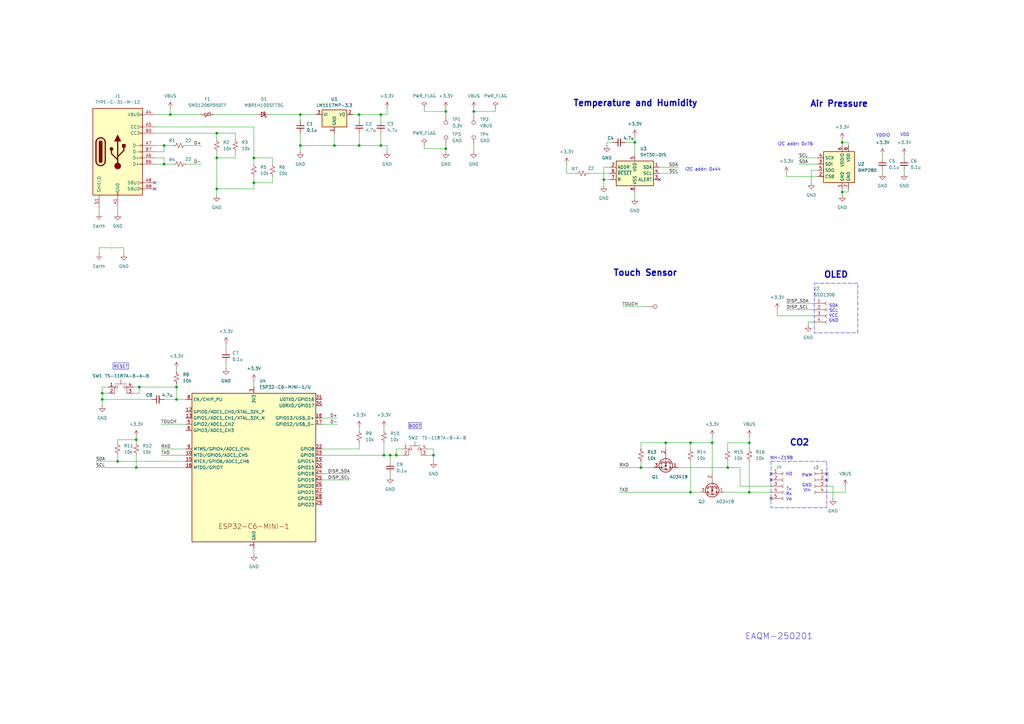
<source format=kicad_sch>
(kicad_sch (version 20231120) (generator "eeschema") (generator_version "8.0")
  (paper "A3")
  (title_block (title "Canis Measure(Air Quality Monitor)") (date "2025-02-06") (rev "0.0.1") (company "Toms"))
  (lib_symbols
    (symbol "Connector:Conn_01x04_Socket" (pin_names (offset 1.016) hide)
      (property "Reference" "J" (at 0 5.08 0))
      (property "Value" "Conn_01x04_Socket" (at 0 -7.62 0))
      (symbol "Conn_01x04_Socket_1_1"
        (pin passive line (at -5.08 2.54 0) (length 3.81) (name "Pin_1") (number "1"))
        (pin passive line (at -5.08 0 0) (length 3.81) (name "Pin_2") (number "2"))
        (pin passive line (at -5.08 -2.54 0) (length 3.81) (name "Pin_3") (number "3"))
        (pin passive line (at -5.08 -5.08 0) (length 3.81) (name "Pin_4") (number "4"))
      )
    )
    (symbol "Connector:Conn_01x05_Socket" (pin_names (offset 1.016) hide)
      (property "Reference" "J" (at 0 7.62 0))
      (property "Value" "Conn_01x05_Socket" (at 0 -7.62 0))
      (symbol "Conn_01x05_Socket_1_1"
        (pin passive line (at -5.08 5.08 0) (length 3.81) (name "Pin_1") (number "1"))
        (pin passive line (at -5.08 2.54 0) (length 3.81) (name "Pin_2") (number "2"))
        (pin passive line (at -5.08 0 0) (length 3.81) (name "Pin_3") (number "3"))
        (pin passive line (at -5.08 -2.54 0) (length 3.81) (name "Pin_4") (number "4"))
        (pin passive line (at -5.08 -5.08 0) (length 3.81) (name "Pin_5") (number "5"))
      )
    )
    (symbol "Connector:TestPoint" (pin_numbers hide) (pin_names (offset 0.762) hide)
      (property "Reference" "TP" (at 0 6.858 0))
      (property "Value" "TestPoint" (at 0 5.08 0))
      (symbol "TestPoint_1_1"
        (pin passive line (at 0 0 90) (length 2.54) (name "1") (number "1"))
      )
    )
    (symbol "Connector:USB_C_Receptacle_USB2.0_16P" (pin_names (offset 1.016))
      (property "Reference" "J" (at 0 22.225 0))
      (property "Value" "USB_C_Receptacle_USB2.0_16P" (at 0 19.685 0))
      (symbol "USB_C_Receptacle_USB2.0_16P_1_1"
        (pin passive line (at 0 -22.86 90) (length 5.08) (name "GND") (number "A1"))
        (pin passive line (at 0 -22.86 90) (length 5.08) hide (name "GND") (number "A12"))
        (pin passive line (at 15.24 15.24 180) (length 5.08) (name "VBUS") (number "A4"))
        (pin bidirectional line (at 15.24 10.16 180) (length 5.08) (name "CC1") (number "A5"))
        (pin bidirectional line (at 15.24 -2.54 180) (length 5.08) (name "D+") (number "A6"))
        (pin bidirectional line (at 15.24 2.54 180) (length 5.08) (name "D-") (number "A7"))
        (pin bidirectional line (at 15.24 -12.7 180) (length 5.08) (name "SBU1") (number "A8"))
        (pin passive line (at 15.24 15.24 180) (length 5.08) hide (name "VBUS") (number "A9"))
        (pin passive line (at 0 -22.86 90) (length 5.08) hide (name "GND") (number "B1"))
        (pin passive line (at 0 -22.86 90) (length 5.08) hide (name "GND") (number "B12"))
        (pin passive line (at 15.24 15.24 180) (length 5.08) hide (name "VBUS") (number "B4"))
        (pin bidirectional line (at 15.24 7.62 180) (length 5.08) (name "CC2") (number "B5"))
        (pin bidirectional line (at 15.24 -5.08 180) (length 5.08) (name "D+") (number "B6"))
        (pin bidirectional line (at 15.24 0 180) (length 5.08) (name "D-") (number "B7"))
        (pin bidirectional line (at 15.24 -15.24 180) (length 5.08) (name "SBU2") (number "B8"))
        (pin passive line (at 15.24 15.24 180) (length 5.08) hide (name "VBUS") (number "B9"))
        (pin passive line (at -7.62 -22.86 90) (length 5.08) (name "SHIELD") (number "S1"))
      )
    )
    (symbol "Device:C_Small" (pin_numbers hide) (pin_names (offset 0.254) hide)
      (property "Reference" "C" (at 0.254 1.778 0))
      (property "Value" "C_Small" (at 0.254 -2.032 0))
      (symbol "C_Small_1_1"
        (pin passive line (at 0 2.54 270) (length 2.032) (name "~") (number "1"))
        (pin passive line (at 0 -2.54 90) (length 2.032) (name "~") (number "2"))
      )
    )
    (symbol "Device:D_Schottky_Small" (pin_numbers hide) (pin_names (offset 0.254) hide)
      (property "Reference" "D" (at -1.27 2.032 0))
      (property "Value" "D_Schottky_Small" (at -7.112 -2.032 0))
      (symbol "D_Schottky_Small_1_1"
        (pin passive line (at -2.54 0 0) (length 1.778) (name "K") (number "1"))
        (pin passive line (at 2.54 0 180) (length 1.778) (name "A") (number "2"))
      )
    )
    (symbol "Device:Polyfuse_Small" (pin_numbers hide) (pin_names (offset 0))
      (property "Reference" "F" (at -1.905 0 90))
      (property "Value" "Polyfuse_Small" (at 1.905 0 90))
      (symbol "Polyfuse_Small_1_1"
        (pin passive line (at 0 2.54 270) (length 0.635) (name "~") (number "1"))
        (pin passive line (at 0 -2.54 90) (length 0.635) (name "~") (number "2"))
      )
    )
    (symbol "Device:Q_NMOS_DGS" (pin_names (offset 0) hide)
      (property "Reference" "Q" (at 5.08 1.27 0))
      (property "Value" "Q_NMOS_DGS" (at 5.08 -1.27 0))
      (symbol "Q_NMOS_DGS_1_1"
        (pin passive line (at 2.54 5.08 270) (length 2.54) (name "D") (number "1"))
        (pin input line (at -5.08 0 0) (length 2.54) (name "G") (number "2"))
        (pin passive line (at 2.54 -5.08 90) (length 2.54) (name "S") (number "3"))
      )
    )
    (symbol "Device:R_Small_US" (pin_numbers hide) (pin_names (offset 0.254) hide)
      (property "Reference" "R" (at 0.762 0.508 0))
      (property "Value" "R_Small_US" (at 0.762 -1.016 0))
      (symbol "R_Small_US_1_1"
        (pin passive line (at 0 2.54 270) (length 1.016) (name "~") (number "1"))
        (pin passive line (at 0 -2.54 90) (length 1.016) (name "~") (number "2"))
      )
    )
    (symbol "Espressif:ESP32-C6-MINI-1/U"
      (property "Reference" "U" (at -25.4 35.56 0))
      (property "Value" "ESP32-C6-MINI-1/U" (at -25.4 33.02 0))
      (symbol "ESP32-C6-MINI-1/U_0_0"
        (text "ESP32-C6-MINI-1" (at 0 -24.13 0) (effects (font (size 2 2))))
      )
      (symbol "ESP32-C6-MINI-1/U_1_1"
        (pin power_in line (at 0 -33.02 90) (length 2.54) (name "GND") (number "1"))
        (pin bidirectional line (at -27.94 5.08 0) (length 2.54) (name "MTDI/GPIO5/ADC1_CH5") (number "10"))
        (pin passive line (at 0 -33.02 90) (length 2.54) hide (name "GND") (number "11"))
        (pin bidirectional line (at -27.94 22.86 0) (length 2.54) (name "GPIO0/ADC1_CH0/XTAL_32K_P") (number "12"))
        (pin bidirectional line (at -27.94 20.32 0) (length 2.54) (name "GPIO1/ADC1_CH1/XTAL_32K_N") (number "13"))
        (pin passive line (at 0 -33.02 90) (length 2.54) hide (name "GND") (number "14"))
        (pin bidirectional line (at -27.94 2.54 0) (length 2.54) (name "MTCK/GPIO6/ADC1_CH6") (number "15"))
        (pin bidirectional line (at -27.94 0 0) (length 2.54) (name "MTDO/GPIO7") (number "16"))
        (pin bidirectional line (at 27.94 17.78 180) (length 2.54) (name "GPIO12/USB_D-") (number "17"))
        (pin bidirectional line (at 27.94 20.32 180) (length 2.54) (name "GPIO13/USB_D+") (number "18"))
        (pin bidirectional line (at 27.94 2.54 180) (length 2.54) (name "GPIO14") (number "19"))
        (pin passive line (at 0 -33.02 90) (length 2.54) hide (name "GND") (number "2"))
        (pin bidirectional line (at 27.94 0 180) (length 2.54) (name "GPIO15") (number "20"))
        (pin no_connect line (at -25.4 -10.16 0) (length 2.54) hide (name "NC") (number "21"))
        (pin bidirectional line (at 27.94 7.62 180) (length 2.54) (name "GPIO8") (number "22"))
        (pin bidirectional line (at 27.94 5.08 180) (length 2.54) (name "GPIO9") (number "23"))
        (pin bidirectional line (at 27.94 -2.54 180) (length 2.54) (name "GPIO18") (number "24"))
        (pin bidirectional line (at 27.94 -5.08 180) (length 2.54) (name "GPIO19") (number "25"))
        (pin bidirectional line (at 27.94 -7.62 180) (length 2.54) (name "GPIO20") (number "26"))
        (pin bidirectional line (at 27.94 -10.16 180) (length 2.54) (name "GPIO21") (number "27"))
        (pin bidirectional line (at 27.94 -12.7 180) (length 2.54) (name "GPIO22") (number "28"))
        (pin bidirectional line (at 27.94 -15.24 180) (length 2.54) (name "GPIO23") (number "29"))
        (pin power_in line (at 0 33.02 270) (length 2.54) (name "3V3") (number "3"))
        (pin bidirectional line (at 27.94 25.4 180) (length 2.54) (name "U0RXD/GPIO17") (number "30"))
        (pin bidirectional line (at 27.94 27.94 180) (length 2.54) (name "U0TXD/GPIO16") (number "31"))
        (pin no_connect line (at -25.4 -12.7 0) (length 2.54) hide (name "NC") (number "32"))
        (pin no_connect line (at -25.4 -15.24 0) (length 2.54) hide (name "NC") (number "33"))
        (pin no_connect line (at -25.4 -17.78 0) (length 2.54) hide (name "NC") (number "34"))
        (pin no_connect line (at -25.4 -20.32 0) (length 2.54) hide (name "NC") (number "35"))
        (pin passive line (at 0 -33.02 90) (length 2.54) hide (name "GND") (number "36"))
        (pin passive line (at 0 -33.02 90) (length 2.54) hide (name "GND") (number "37"))
        (pin passive line (at 0 -33.02 90) (length 2.54) hide (name "GND") (number "38"))
        (pin passive line (at 0 -33.02 90) (length 2.54) hide (name "GND") (number "39"))
        (pin no_connect line (at -25.4 -5.08 0) (length 2.54) hide (name "NC") (number "4"))
        (pin passive line (at 0 -33.02 90) (length 2.54) hide (name "GND") (number "40"))
        (pin passive line (at 0 -33.02 90) (length 2.54) hide (name "GND") (number "41"))
        (pin passive line (at 0 -33.02 90) (length 2.54) hide (name "GND") (number "42"))
        (pin passive line (at 0 -33.02 90) (length 2.54) hide (name "GND") (number "43"))
        (pin passive line (at 0 -33.02 90) (length 2.54) hide (name "GND") (number "44"))
        (pin passive line (at 0 -33.02 90) (length 2.54) hide (name "GND") (number "45"))
        (pin passive line (at 0 -33.02 90) (length 2.54) hide (name "GND") (number "46"))
        (pin passive line (at 0 -33.02 90) (length 2.54) hide (name "GND") (number "47"))
        (pin passive line (at 0 -33.02 90) (length 2.54) hide (name "GND") (number "48"))
        (pin passive line (at 0 -33.02 90) (length 2.54) hide (name "GND") (number "49"))
        (pin bidirectional line (at -27.94 17.78 0) (length 2.54) (name "GPIO2/ADC1_CH2") (number "5"))
        (pin passive line (at 0 -33.02 90) (length 2.54) hide (name "GND") (number "50"))
        (pin passive line (at 0 -33.02 90) (length 2.54) hide (name "GND") (number "51"))
        (pin passive line (at 0 -33.02 90) (length 2.54) hide (name "GND") (number "52"))
        (pin passive line (at 0 -33.02 90) (length 2.54) hide (name "GND") (number "53"))
        (pin bidirectional line (at -27.94 15.24 0) (length 2.54) (name "GPIO3/ADC1_CH3") (number "6"))
        (pin no_connect line (at -25.4 -7.62 0) (length 2.54) hide (name "NC") (number "7"))
        (pin input line (at -27.94 27.94 0) (length 2.54) (name "EN/CHIP_PU") (number "8"))
        (pin bidirectional line (at -27.94 7.62 0) (length 2.54) (name "MTMS/GPIO4/ADC1_CH4") (number "9"))
      )
    )
    (symbol "Regulator_Linear:LM1117MP-3.3"
      (property "Reference" "U" (at -3.81 3.175 0))
      (property "Value" "LM1117MP-3.3" (at 0 3.175 0))
      (symbol "LM1117MP-3.3_1_1"
        (pin power_in line (at 0 -7.62 90) (length 2.54) (name "GND") (number "1"))
        (pin power_out line (at 7.62 0 180) (length 2.54) (name "VO") (number "2"))
        (pin power_in line (at -7.62 0 0) (length 2.54) (name "VI") (number "3"))
      )
    )
    (symbol "Sensor_Humidity:SHT30-DIS"
      (property "Reference" "U" (at -6.35 6.35 0))
      (property "Value" "SHT30-DIS" (at 6.35 6.35 0))
      (symbol "SHT30-DIS_1_1"
        (pin bidirectional line (at 10.16 2.54 180) (length 2.54) (name "SDA") (number "1"))
        (pin input line (at -10.16 2.54 0) (length 2.54) (name "ADDR") (number "2"))
        (pin output line (at 10.16 -2.54 180) (length 2.54) (name "ALERT") (number "3"))
        (pin input line (at 10.16 0 180) (length 2.54) (name "SCL") (number "4"))
        (pin power_in line (at 0 7.62 270) (length 2.54) (name "VDD") (number "5"))
        (pin input line (at -10.16 0 0) (length 2.54) (name "~{RESET}") (number "6"))
        (pin passive line (at -10.16 -2.54 0) (length 2.54) (name "R") (number "7"))
        (pin power_in line (at 0 -7.62 90) (length 2.54) (name "VSS") (number "8"))
        (pin passive line (at 0 -7.62 90) (length 2.54) hide (name "VSS") (number "9"))
      )
    )
    (symbol "Sensor_Pressure:BMP280"
      (property "Reference" "U" (at -7.62 10.16 0))
      (property "Value" "BMP280" (at 5.08 10.16 0))
      (symbol "BMP280_1_1"
        (pin power_in line (at 0 -7.62 90) (length 2.54) (name "GND") (number "1"))
        (pin input line (at -10.16 -2.54 0) (length 2.54) (name "CSB") (number "2"))
        (pin bidirectional line (at -10.16 2.54 0) (length 2.54) (name "SDI") (number "3"))
        (pin input line (at -10.16 5.08 0) (length 2.54) (name "SCK") (number "4"))
        (pin bidirectional line (at -10.16 0 0) (length 2.54) (name "SDO") (number "5"))
        (pin power_in line (at 0 10.16 270) (length 2.54) (name "VDDIO") (number "6"))
        (pin power_in line (at 2.54 -7.62 90) (length 2.54) (name "GND") (number "7"))
        (pin power_in line (at 2.54 10.16 270) (length 2.54) (name "VDD") (number "8"))
      )
    )
    (symbol "Switch:SW_MEC_5E" (pin_names (offset 1.016) hide)
      (property "Reference" "SW" (at 0.635 5.715 0))
      (property "Value" "SW_MEC_5E" (at 0 -3.175 0))
      (symbol "SW_MEC_5E_0_1"
        (pin passive line (at -5.08 2.54 0) (length 2.54) (name "1") (number "1"))
        (pin passive line (at -5.08 0 0) (length 2.54) (name "2") (number "2"))
        (pin passive line (at 5.08 0 180) (length 2.54) (name "K") (number "3"))
        (pin passive line (at 5.08 2.54 180) (length 2.54) (name "A") (number "4"))
      )
    )
    (symbol "power:+3.3V" (power) (pin_numbers hide) (pin_names (offset 0) hide)
      (property "Value" "+3.3V" (at 0 3.556 0))
      (symbol "+3.3V_1_1"
        (pin power_in line (at 0 0 90) (length 0) (name "~") (number "1"))
      )
    )
    (symbol "power:Earth" (power) (pin_numbers hide) (pin_names (offset 0) hide)
      (property "Value" "Earth" (at 0 -3.81 0))
      (symbol "Earth_1_1"
        (pin power_in line (at 0 0 270) (length 0) (name "~") (number "1"))
      )
    )
    (symbol "power:GND" (power) (pin_numbers hide) (pin_names (offset 0) hide)
      (property "Value" "GND" (at 0 -3.81 0))
      (symbol "GND_1_1"
        (pin power_in line (at 0 0 270) (length 0) (name "~") (number "1"))
      )
    )
    (symbol "power:PWR_FLAG" (power) (pin_numbers hide) (pin_names (offset 0) hide)
      (property "Value" "PWR_FLAG" (at 0 3.81 0))
      (symbol "PWR_FLAG_0_0"
        (pin power_out line (at 0 0 90) (length 0) (name "~") (number "1"))
      )
    )
    (symbol "power:VBUS" (power) (pin_numbers hide) (pin_names (offset 0) hide)
      (property "Value" "VBUS" (at 0 3.556 0))
      (symbol "VBUS_1_1"
        (pin power_in line (at 0 0 90) (length 0) (name "~") (number "1"))
      )
    )
  )
  (junction (at 307.34 201.93))
  (junction (at 55.88 191.77))
  (junction (at 283.21 181.61))
  (junction (at 262.89 191.77))
  (junction (at 345.44 58.42))
  (junction (at 298.45 191.77))
  (junction (at 41.91 161.29))
  (junction (at 104.14 74.93))
  (junction (at 157.48 186.69))
  (junction (at 147.32 59.69))
  (junction (at 247.65 73.66))
  (junction (at 123.19 46.99))
  (junction (at 72.39 163.83))
  (junction (at 55.88 180.34))
  (junction (at 260.35 58.42))
  (junction (at 147.32 46.99))
  (junction (at 48.26 189.23))
  (junction (at 67.31 59.69))
  (junction (at 160.02 186.69))
  (junction (at 57.15 158.75))
  (junction (at 307.34 181.61))
  (junction (at 88.9 54.61))
  (junction (at 162.56 186.69))
  (junction (at 88.9 77.47))
  (junction (at 137.16 59.69))
  (junction (at 273.05 181.61))
  (junction (at 177.8 186.69))
  (junction (at 67.31 67.31))
  (junction (at 345.44 78.74))
  (junction (at 41.91 163.83))
  (junction (at 194.31 45.72))
  (junction (at 182.88 45.72))
  (junction (at 88.9 64.77))
  (junction (at 72.39 158.75))
  (junction (at 156.21 59.69))
  (junction (at 292.1 181.61))
  (junction (at 69.85 46.99))
  (junction (at 283.21 201.93))
  (junction (at 123.19 59.69))
  (junction (at 104.14 64.77))
  (junction (at 182.88 60.96))
  (junction (at 156.21 46.99))
  (no_connect (at 339.09 196.85))
  (no_connect (at 270.51 73.66))
  (no_connect (at 63.5 74.93))
  (no_connect (at 316.23 204.47))
  (no_connect (at 316.23 194.31))
  (no_connect (at 339.09 194.31))
  (no_connect (at 63.5 77.47))
  (no_connect (at 316.23 196.85))
  (wire (pts (xy 370.84 69.85) (xy 370.84 71.12)))
  (wire (pts (xy 40.64 85.09) (xy 40.64 87.63)))
  (wire (pts (xy 194.31 44.45) (xy 194.31 45.72)))
  (wire (pts (xy 88.9 62.23) (xy 88.9 64.77)))
  (wire (pts (xy 203.2 44.45) (xy 203.2 45.72)))
  (wire (pts (xy 104.14 224.79) (xy 104.14 227.33)))
  (wire (pts (xy 347.98 58.42) (xy 347.98 59.69)))
  (wire (pts (xy 322.58 127) (xy 334.01 127)))
  (wire (pts (xy 173.99 60.96) (xy 182.88 60.96)))
  (wire (pts (xy 182.88 45.72) (xy 182.88 46.99)))
  (wire (pts (xy 341.63 199.39) (xy 341.63 204.47)))
  (wire (pts (xy 88.9 64.77) (xy 88.9 77.47)))
  (wire (pts (xy 307.34 181.61) (xy 298.45 181.61)))
  (wire (pts (xy 273.05 184.15) (xy 273.05 181.61)))
  (wire (pts (xy 345.44 58.42) (xy 345.44 59.69)))
  (wire (pts (xy 307.34 179.07) (xy 307.34 181.61)))
  (wire (pts (xy 54.61 158.75) (xy 57.15 158.75)))
  (wire (pts (xy 104.14 52.07) (xy 63.5 52.07)))
  (wire (pts (xy 55.88 186.69) (xy 55.88 191.77)))
  (wire (pts (xy 92.71 140.97) (xy 92.71 143.51)))
  (wire (pts (xy 250.19 73.66) (xy 247.65 73.66)))
  (wire (pts (xy 137.16 54.61) (xy 137.16 59.69)))
  (wire (pts (xy 247.65 73.66) (xy 247.65 76.2)))
  (wire (pts (xy 307.34 189.23) (xy 307.34 201.93)))
  (wire (pts (xy 318.77 129.54) (xy 334.01 129.54)))
  (wire (pts (xy 88.9 54.61) (xy 88.9 57.15)))
  (wire (pts (xy 283.21 189.23) (xy 283.21 201.93)))
  (wire (pts (xy 63.5 46.99) (xy 69.85 46.99)))
  (wire (pts (xy 303.53 199.39) (xy 303.53 191.77)))
  (wire (pts (xy 41.91 163.83) (xy 41.91 166.37)))
  (wire (pts (xy 262.89 191.77) (xy 267.97 191.77)))
  (wire (pts (xy 182.88 44.45) (xy 182.88 45.72)))
  (wire (pts (xy 76.2 67.31) (xy 82.55 67.31)))
  (wire (pts (xy 67.31 62.23) (xy 67.31 59.69)))
  (wire (pts (xy 132.08 184.15) (xy 147.32 184.15)))
  (wire (pts (xy 322.58 72.39) (xy 335.28 72.39)))
  (wire (pts (xy 182.88 60.96) (xy 182.88 62.23)))
  (wire (pts (xy 173.99 44.45) (xy 173.99 45.72)))
  (wire (pts (xy 327.66 67.31) (xy 335.28 67.31)))
  (wire (pts (xy 123.19 46.99) (xy 123.19 49.53)))
  (wire (pts (xy 298.45 191.77) (xy 303.53 191.77)))
  (wire (pts (xy 104.14 64.77) (xy 104.14 67.31)))
  (wire (pts (xy 236.22 71.12) (xy 232.41 71.12)))
  (wire (pts (xy 111.76 67.31) (xy 111.76 64.77)))
  (wire (pts (xy 41.91 158.75) (xy 41.91 161.29)))
  (wire (pts (xy 147.32 46.99) (xy 156.21 46.99)))
  (wire (pts (xy 55.88 191.77) (xy 76.2 191.77)))
  (wire (pts (xy 177.8 184.15) (xy 177.8 186.69)))
  (wire (pts (xy 156.21 59.69) (xy 158.75 59.69)))
  (wire (pts (xy 298.45 181.61) (xy 298.45 184.15)))
  (wire (pts (xy 175.26 184.15) (xy 177.8 184.15)))
  (wire (pts (xy 123.19 59.69) (xy 123.19 62.23)))
  (wire (pts (xy 194.31 45.72) (xy 194.31 46.99)))
  (wire (pts (xy 39.37 191.77) (xy 55.88 191.77)))
  (wire (pts (xy 162.56 184.15) (xy 162.56 186.69)))
  (wire (pts (xy 66.04 184.15) (xy 76.2 184.15)))
  (wire (pts (xy 346.71 201.93) (xy 339.09 201.93)))
  (wire (pts (xy 104.14 52.07) (xy 104.14 64.77)))
  (wire (pts (xy 318.77 127) (xy 318.77 129.54)))
  (wire (pts (xy 254 201.93) (xy 283.21 201.93)))
  (wire (pts (xy 347.98 78.74) (xy 345.44 78.74)))
  (wire (pts (xy 132.08 186.69) (xy 157.48 186.69)))
  (wire (pts (xy 57.15 161.29) (xy 57.15 158.75)))
  (wire (pts (xy 173.99 45.72) (xy 182.88 45.72)))
  (wire (pts (xy 322.58 72.39) (xy 322.58 71.12)))
  (wire (pts (xy 132.08 196.85) (xy 143.51 196.85)))
  (wire (pts (xy 54.61 161.29) (xy 57.15 161.29)))
  (wire (pts (xy 158.75 46.99) (xy 158.75 44.45)))
  (wire (pts (xy 347.98 77.47) (xy 347.98 78.74)))
  (wire (pts (xy 160.02 186.69) (xy 160.02 189.23)))
  (wire (pts (xy 72.39 163.83) (xy 67.31 163.83)))
  (wire (pts (xy 331.47 132.08) (xy 331.47 133.35)))
  (wire (pts (xy 292.1 179.07) (xy 292.1 181.61)))
  (wire (pts (xy 292.1 194.31) (xy 292.1 181.61)))
  (wire (pts (xy 335.28 69.85) (xy 332.74 69.85)))
  (wire (pts (xy 283.21 201.93) (xy 287.02 201.93)))
  (wire (pts (xy 241.3 71.12) (xy 250.19 71.12)))
  (wire (pts (xy 40.64 101.6) (xy 50.8 101.6)))
  (wire (pts (xy 41.91 158.75) (xy 44.45 158.75)))
  (wire (pts (xy 104.14 74.93) (xy 111.76 74.93)))
  (wire (pts (xy 104.14 72.39) (xy 104.14 74.93)))
  (wire (pts (xy 203.2 45.72) (xy 194.31 45.72)))
  (wire (pts (xy 278.13 68.58) (xy 270.51 68.58)))
  (wire (pts (xy 96.52 57.15) (xy 96.52 54.61)))
  (wire (pts (xy 88.9 77.47) (xy 88.9 80.01)))
  (wire (pts (xy 262.89 181.61) (xy 262.89 184.15)))
  (wire (pts (xy 66.04 173.99) (xy 76.2 173.99)))
  (wire (pts (xy 177.8 186.69) (xy 177.8 189.23)))
  (wire (pts (xy 250.19 68.58) (xy 247.65 68.58)))
  (wire (pts (xy 147.32 175.26) (xy 147.32 176.53)))
  (wire (pts (xy 123.19 54.61) (xy 123.19 59.69)))
  (wire (pts (xy 132.08 173.99) (xy 138.43 173.99)))
  (wire (pts (xy 156.21 54.61) (xy 156.21 59.69)))
  (wire (pts (xy 345.44 58.42) (xy 347.98 58.42)))
  (wire (pts (xy 72.39 157.48) (xy 72.39 158.75)))
  (wire (pts (xy 361.95 63.5) (xy 361.95 64.77)))
  (wire (pts (xy 307.34 181.61) (xy 307.34 184.15)))
  (wire (pts (xy 346.71 199.39) (xy 346.71 201.93)))
  (wire (pts (xy 137.16 59.69) (xy 147.32 59.69)))
  (wire (pts (xy 111.76 72.39) (xy 111.76 74.93)))
  (wire (pts (xy 307.34 201.93) (xy 316.23 201.93)))
  (wire (pts (xy 111.76 64.77) (xy 104.14 64.77)))
  (wire (pts (xy 278.13 191.77) (xy 298.45 191.77)))
  (wire (pts (xy 156.21 46.99) (xy 158.75 46.99)))
  (wire (pts (xy 254 191.77) (xy 262.89 191.77)))
  (wire (pts (xy 162.56 186.69) (xy 165.1 186.69)))
  (wire (pts (xy 307.34 201.93) (xy 297.18 201.93)))
  (wire (pts (xy 260.35 78.74) (xy 260.35 81.28)))
  (wire (pts (xy 63.5 64.77) (xy 67.31 64.77)))
  (wire (pts (xy 69.85 46.99) (xy 82.55 46.99)))
  (wire (pts (xy 260.35 55.88) (xy 260.35 58.42)))
  (wire (pts (xy 248.92 58.42) (xy 251.46 58.42)))
  (wire (pts (xy 104.14 77.47) (xy 88.9 77.47)))
  (wire (pts (xy 303.53 199.39) (xy 316.23 199.39)))
  (wire (pts (xy 345.44 57.15) (xy 345.44 58.42)))
  (wire (pts (xy 273.05 181.61) (xy 262.89 181.61)))
  (wire (pts (xy 160.02 186.69) (xy 162.56 186.69)))
  (wire (pts (xy 69.85 44.45) (xy 69.85 46.99)))
  (wire (pts (xy 96.52 54.61) (xy 88.9 54.61)))
  (wire (pts (xy 157.48 175.26) (xy 157.48 176.53)))
  (wire (pts (xy 55.88 179.07) (xy 55.88 180.34)))
  (wire (pts (xy 345.44 77.47) (xy 345.44 78.74)))
  (wire (pts (xy 40.64 104.14) (xy 40.64 101.6)))
  (wire (pts (xy 165.1 184.15) (xy 162.56 184.15)))
  (wire (pts (xy 132.08 194.31) (xy 143.51 194.31)))
  (wire (pts (xy 147.32 59.69) (xy 156.21 59.69)))
  (wire (pts (xy 41.91 163.83) (xy 62.23 163.83)))
  (wire (pts (xy 123.19 59.69) (xy 137.16 59.69)))
  (wire (pts (xy 63.5 62.23) (xy 67.31 62.23)))
  (wire (pts (xy 63.5 67.31) (xy 67.31 67.31)))
  (wire (pts (xy 55.88 180.34) (xy 55.88 181.61)))
  (wire (pts (xy 156.21 46.99) (xy 156.21 49.53)))
  (wire (pts (xy 157.48 181.61) (xy 157.48 186.69)))
  (wire (pts (xy 76.2 59.69) (xy 82.55 59.69)))
  (wire (pts (xy 48.26 180.34) (xy 48.26 181.61)))
  (wire (pts (xy 147.32 184.15) (xy 147.32 181.61)))
  (wire (pts (xy 248.92 58.42) (xy 248.92 59.69)))
  (wire (pts (xy 67.31 59.69) (xy 71.12 59.69)))
  (wire (pts (xy 147.32 54.61) (xy 147.32 59.69)))
  (wire (pts (xy 256.54 58.42) (xy 260.35 58.42)))
  (wire (pts (xy 232.41 67.31) (xy 232.41 71.12)))
  (wire (pts (xy 55.88 180.34) (xy 48.26 180.34)))
  (wire (pts (xy 63.5 54.61) (xy 88.9 54.61)))
  (wire (pts (xy 67.31 67.31) (xy 71.12 67.31)))
  (wire (pts (xy 278.13 71.12) (xy 270.51 71.12)))
  (wire (pts (xy 262.89 189.23) (xy 262.89 191.77)))
  (wire (pts (xy 48.26 189.23) (xy 76.2 189.23)))
  (polyline (pts (xy 45.72 99.695) (xy 45.72 103.505)) (stroke (width 0) (type dot)))
  (wire (pts (xy 57.15 158.75) (xy 72.39 158.75)))
  (wire (pts (xy 41.91 161.29) (xy 44.45 161.29)))
  (wire (pts (xy 283.21 181.61) (xy 283.21 184.15)))
  (wire (pts (xy 158.75 59.69) (xy 158.75 62.23)))
  (wire (pts (xy 48.26 186.69) (xy 48.26 189.23)))
  (wire (pts (xy 182.88 59.69) (xy 182.88 60.96)))
  (wire (pts (xy 50.8 101.6) (xy 50.8 104.14)))
  (wire (pts (xy 67.31 64.77) (xy 67.31 67.31)))
  (wire (pts (xy 361.95 69.85) (xy 361.95 71.12)))
  (wire (pts (xy 104.14 74.93) (xy 104.14 77.47)))
  (wire (pts (xy 72.39 158.75) (xy 72.39 163.83)))
  (wire (pts (xy 92.71 148.59) (xy 92.71 151.13)))
  (wire (pts (xy 87.63 46.99) (xy 105.41 46.99)))
  (wire (pts (xy 273.05 181.61) (xy 283.21 181.61)))
  (wire (pts (xy 345.44 78.74) (xy 345.44 80.01)))
  (wire (pts (xy 96.52 64.77) (xy 96.52 62.23)))
  (wire (pts (xy 39.37 189.23) (xy 48.26 189.23)))
  (wire (pts (xy 247.65 68.58) (xy 247.65 73.66)))
  (wire (pts (xy 144.78 46.99) (xy 147.32 46.99)))
  (wire (pts (xy 41.91 161.29) (xy 41.91 163.83)))
  (wire (pts (xy 298.45 189.23) (xy 298.45 191.77)))
  (wire (pts (xy 157.48 186.69) (xy 160.02 186.69)))
  (wire (pts (xy 63.5 59.69) (xy 67.31 59.69)))
  (wire (pts (xy 334.01 132.08) (xy 331.47 132.08)))
  (wire (pts (xy 104.14 156.21) (xy 104.14 158.75)))
  (wire (pts (xy 173.99 59.69) (xy 173.99 60.96)))
  (wire (pts (xy 72.39 151.13) (xy 72.39 152.4)))
  (wire (pts (xy 76.2 163.83) (xy 72.39 163.83)))
  (wire (pts (xy 322.58 124.46) (xy 334.01 124.46)))
  (wire (pts (xy 110.49 46.99) (xy 123.19 46.99)))
  (wire (pts (xy 147.32 46.99) (xy 147.32 49.53)))
  (wire (pts (xy 370.84 63.5) (xy 370.84 64.77)))
  (wire (pts (xy 66.04 186.69) (xy 76.2 186.69)))
  (wire (pts (xy 283.21 181.61) (xy 292.1 181.61)))
  (wire (pts (xy 160.02 194.31) (xy 160.02 195.58)))
  (wire (pts (xy 175.26 186.69) (xy 177.8 186.69)))
  (wire (pts (xy 332.74 69.85) (xy 332.74 74.93)))
  (wire (pts (xy 132.08 171.45) (xy 138.43 171.45)))
  (wire (pts (xy 255.27 125.73) (xy 265.43 125.73)))
  (wire (pts (xy 88.9 64.77) (xy 96.52 64.77)))
  (wire (pts (xy 260.35 58.42) (xy 260.35 63.5)))
  (wire (pts (xy 339.09 199.39) (xy 341.63 199.39)))
  (wire (pts (xy 123.19 46.99) (xy 129.54 46.99)))
  (wire (pts (xy 327.66 64.77) (xy 335.28 64.77)))
  (wire (pts (xy 48.26 85.09) (xy 48.26 87.63)))
  (wire (pts (xy 194.31 59.69) (xy 194.31 62.23)))
  (rectangle (start 167.64 173.355) (end 172.72 175.895))
  (rectangle (start 316.23 189.23) (end 339.09 208.28) (stroke (width 0) (type dash)))
  (rectangle (start 46.355 148.844) (end 52.705 151.384))
  (rectangle (start 334.01 116.205) (end 351.79 136.525) (stroke (width 0) (type dash)))
  (text "SDA\nSCL\nVCC\nGND" (at 341.884 128.524 0) (effects (font (size 1.27 1.27))))
  (text "I2C addr: 0x44" (at 288.29 69.596 0) (effects (font (size 1.27 1.27))))
  (text "Air Pressure" (at 344.17 42.672 0) (effects (font (size 2.54 2.54) (bold yes))))
  (text "CO2" (at 327.914 181.61 0) (effects (font (size 2.54 2.54) (bold yes))))
  (text "Temperature and Humidity" (at 260.604 42.418 0) (effects (font (size 2.54 2.54) (thickness 0.508) (bold yes))))
  (text "Touch Sensor" (at 264.668 112.014 0) (effects (font (size 2.54 2.54) (thickness 0.508) (bold yes))))
  (text "HD\n\n\nTx\nRx\nVo" (at 323.596 199.644 0) (effects (font (size 1.27 1.27))))
  (text "MH-Z19B" (at 320.548 187.96 0) (effects (font (size 1.27 1.27))))
  (text "I2C addr: 0x76" (at 326.136 59.182 0) (effects (font (size 1.27 1.27))))
  (text "BOOT" (at 170.18 175.006 0) (effects (font (size 1.27 1.27))))
  (text "EAQM-250201" (at 319.532 261.112 0) (effects (font (size 2.54 2.54))))
  (text "RESET" (at 49.53 150.495 0) (effects (font (size 1.27 1.27))))
  (text "VDD" (at 371.094 55.372 0) (effects (font (size 1.27 1.27))))
  (text "VDDIO" (at 362.204 55.626 0) (effects (font (size 1.27 1.27))))
  (text "PWM\n\nGND\nVin" (at 330.962 198.12 0) (effects (font (size 1.27 1.27))))
  (text "OLED" (at 342.9 112.776 0) (effects (font (size 2.54 2.54) (bold yes))))
  (label "RXD" (at 66.04 184.15 0))
  (label "SCL" (at 39.37 191.77 0))
  (label "SCL" (at 327.66 64.77 0))
  (label "TXD" (at 66.04 186.69 0))
  (label "D+" (at 138.43 171.45 180))
  (label "SDA" (at 278.13 68.58 180))
  (label "SDA" (at 39.37 189.23 0))
  (label "SCL" (at 278.13 71.12 180))
  (label "RXD" (at 254 191.77 0))
  (label "D-" (at 138.43 173.99 180))
  (label "D-" (at 82.55 67.31 180))
  (label "TOUCH" (at 255.27 125.73 0))
  (label "DISP_SDA" (at 322.58 124.46 0))
  (label "DISP_SCL" (at 143.51 196.85 180))
  (label "TXD" (at 254 201.93 0))
  (label "TOUCH" (at 66.04 173.99 0))
  (label "DISP_SDA" (at 143.51 194.31 180))
  (label "D+" (at 82.55 59.69 180))
  (label "SDA" (at 327.66 67.31 0))
  (label "DISP_SCL" (at 322.58 127 0))
  (symbol (lib_id "power:+3.3V") (at 72.39 151.13 0) (unit 1)
    (property "Reference" "#PWR030" (effects (hide yes)))
    (property "Value" "+3.3V" (at 72.39 146.05 0))
    (property "Description" "Power symbol creates a global label with name \"+3.3V\"" (effects (hide yes)))
  )
  (symbol (lib_id "power:+3.3V") (at 232.41 67.31 0) (unit 1)
    (property "Reference" "#PWR014" (effects (hide yes)))
    (property "Value" "+3.3V" (at 232.41 62.23 0))
    (property "Description" "Power symbol creates a global label with name \"+3.3V\"" (effects (hide yes)))
  )
  (symbol (lib_id "Device:R_Small_US") (at 72.39 154.94 0) (unit 1)
    (property "Reference" "R8" (at 74.93 153.6699 0) (effects (justify left)))
    (property "Value" "10k" (at 74.93 156.2099 0) (effects (justify left)))
    (property "Footprint" "Resistor_SMD:R_0603_1608Metric" (effects (hide yes)))
    (property "Description" "Resistor, small US symbol" (effects (hide yes)))
  )
  (symbol (lib_id "power:+3.3V") (at 318.77 127 0) (unit 1)
    (property "Reference" "#PWR027" (effects (hide yes)))
    (property "Value" "+3.3V" (at 318.77 121.92 0))
    (property "Description" "Power symbol creates a global label with name \"+3.3V\"" (effects (hide yes)))
  )
  (symbol (lib_id "power:+3.3V") (at 55.88 179.07 0) (unit 1)
    (property "Reference" "#PWR036" (effects (hide yes)))
    (property "Value" "+3.3V" (at 55.88 173.99 0))
    (property "Description" "Power symbol creates a global label with name \"+3.3V\"" (effects (hide yes)))
  )
  (symbol (lib_id "Connector:TestPoint") (at 182.88 59.69 0) (unit 1)
    (property "Reference" "TP3" (at 185.42 55.1179 0) (effects (justify left)))
    (property "Value" "GND" (at 185.42 57.6579 0) (effects (justify left)))
    (property "Footprint" "TestPoint:TestPoint_Pad_D1.0mm" (effects (hide yes)))
    (property "Description" "test point" (effects (hide yes)))
  )
  (symbol (lib_id "Device:R_Small_US") (at 55.88 184.15 0) (unit 1)
    (property "Reference" "R12" (at 58.42 182.8799 0) (effects (justify left)))
    (property "Value" "10k" (at 58.42 185.4199 0) (effects (justify left)))
    (property "Footprint" "Resistor_SMD:R_0603_1608Metric" (effects (hide yes)))
    (property "Description" "Resistor, small US symbol" (effects (hide yes)))
  )
  (symbol (lib_id "power:+3.3V") (at 158.75 44.45 0) (unit 1)
    (property "Reference" "#PWR02" (effects (hide yes)))
    (property "Value" "+3.3V" (at 158.75 39.37 0))
    (property "Description" "Power symbol creates a global label with name \"+3.3V\"" (effects (hide yes)))
  )
  (symbol (lib_id "Connector:Conn_01x04_Socket") (at 334.01 196.85 0) (mirror y) (unit 1)
    (property "Reference" "J3" (at 334.645 191.77 0))
    (property "Value" "Conn_01x04_Socket" (effects (hide yes)))
    (property "Footprint" "Connector_PinHeader_2.54mm:PinHeader_1x04_P2.54mm_Vertical" (effects (hide yes)))
    (property "Description" "Generic connector, single row, 01x04, script generated" (effects (hide yes)))
  )
  (symbol (lib_id "power:+3.3V") (at 147.32 175.26 0) (unit 1)
    (property "Reference" "#PWR034" (effects (hide yes)))
    (property "Value" "+3.3V" (at 147.32 170.18 0))
    (property "Description" "Power symbol creates a global label with name \"+3.3V\"" (effects (hide yes)))
  )
  (symbol (lib_id "Connector:TestPoint") (at 265.43 125.73 270) (unit 1)
    (property "Reference" "TP5" (effects (hide yes)))
    (property "Value" "TestPoint" (effects (hide yes)))
    (property "Description" "test point" (effects (hide yes)))
  )
  (symbol (lib_id "power:GND") (at 247.65 76.2 0) (mirror y) (unit 1)
    (property "Reference" "#PWR019" (effects (hide yes)))
    (property "Value" "GND" (at 247.65 81.28 0))
    (property "Description" "Power symbol creates a global label with name \"GND\" , ground" (effects (hide yes)))
  )
  (symbol (lib_id "power:GND") (at 177.8 189.23 0) (mirror y) (unit 1)
    (property "Reference" "#PWR039" (effects (hide yes)))
    (property "Value" "GND" (at 177.8 194.31 0))
    (property "Description" "Power symbol creates a global label with name \"GND\" , ground" (effects (hide yes)))
  )
  (symbol (lib_id "power:+3.3V") (at 361.95 63.5 0) (unit 1)
    (property "Reference" "#PWR012" (effects (hide yes)))
    (property "Value" "+3.3V" (at 361.95 58.42 0))
    (property "Description" "Power symbol creates a global label with name \"+3.3V\"" (effects (hide yes)))
  )
  (symbol (lib_id "Sensor_Pressure:BMP280") (at 345.44 69.85 0) (unit 1)
    (property "Reference" "U2" (at 351.79 67.3099 0) (effects (justify left)))
    (property "Value" "BMP280" (at 351.79 69.8499 0) (effects (justify left)))
    (property "Footprint" "Package_LGA:Bosch_LGA-8_2x2.5mm_P0.65mm_ClockwisePinNumbering" (effects (hide yes)))
    (property "Datasheet" "https://ae-bst.resource.bosch.com/media/_tech/media/datasheets/BST-BMP280-DS001.pdf" (effects (hide yes)))
    (property "Description" "Absolute Barometric Pressure Sensor, LGA-8" (effects (hide yes)))
  )
  (symbol (lib_id "power:GND") (at 104.14 227.33 0) (mirror y) (unit 1)
    (property "Reference" "#PWR043" (effects (hide yes)))
    (property "Value" "GND" (at 104.14 232.41 0))
    (property "Description" "Power symbol creates a global label with name \"GND\" , ground" (effects (hide yes)))
  )
  (symbol (lib_id "Connector:Conn_01x04_Socket") (at 339.09 127 0) (unit 1)
    (property "Reference" "J2" (at 333.756 118.364 0) (effects (justify left)))
    (property "Value" "SSD1306" (at 333.756 120.904 0) (effects (justify left)))
    (property "Footprint" "Connector_PinHeader_2.54mm:PinHeader_1x04_P2.54mm_Vertical" (effects (hide yes)))
    (property "Description" "Generic connector, single row, 01x04, script generated" (effects (hide yes)))
  )
  (symbol (lib_id "Device:R_Small_US") (at 104.14 69.85 0) (unit 1)
    (property "Reference" "R5" (at 106.68 68.5799 0) (effects (justify left)))
    (property "Value" "10k" (at 106.68 71.1199 0) (effects (justify left)))
    (property "Footprint" "Resistor_SMD:R_0603_1608Metric" (effects (hide yes)))
    (property "Description" "Resistor, small US symbol" (effects (hide yes)))
  )
  (symbol (lib_id "Device:R_Small_US") (at 73.66 67.31 90) (unit 1)
    (property "Reference" "R4" (at 70.612 65.532 90))
    (property "Value" "22" (at 77.216 65.278 90))
    (property "Footprint" "Resistor_SMD:R_0603_1608Metric" (effects (hide yes)))
    (property "Description" "Resistor, small US symbol" (effects (hide yes)))
  )
  (symbol (lib_id "power:+3.3V") (at 260.35 55.88 0) (unit 1)
    (property "Reference" "#PWR05" (effects (hide yes)))
    (property "Value" "+3.3V" (at 260.35 50.8 0))
    (property "Description" "Power symbol creates a global label with name \"+3.3V\"" (effects (hide yes)))
  )
  (symbol (lib_id "power:GND") (at 331.47 133.35 0) (mirror y) (unit 1)
    (property "Reference" "#PWR028" (effects (hide yes)))
    (property "Value" "GND" (at 331.47 138.43 0))
    (property "Description" "Power symbol creates a global label with name \"GND\" , ground" (effects (hide yes)))
  )
  (symbol (lib_id "Device:Q_NMOS_DGS") (at 273.05 189.23 270) (unit 1)
    (property "Reference" "Q1" (at 268.732 195.58 90))
    (property "Value" "AO3418" (at 278.384 195.58 90))
    (property "Footprint" "Package_TO_SOT_SMD:SOT-23-3" (effects (hide yes)))
    (property "Description" "N-MOSFET transistor, drain/gate/source" (effects (hide yes)))
  )
  (symbol (lib_id "power:GND") (at 341.63 204.47 0) (mirror y) (unit 1)
    (property "Reference" "#PWR042" (effects (hide yes)))
    (property "Value" "GND" (at 341.63 209.55 0))
    (property "Description" "Power symbol creates a global label with name \"GND\" , ground" (effects (hide yes)))
  )
  (symbol (lib_id "Device:R_Small_US") (at 96.52 59.69 0) (unit 1)
    (property "Reference" "R3" (at 99.06 58.4199 0) (effects (justify left)))
    (property "Value" "10k" (at 99.06 60.9599 0) (effects (justify left)))
    (property "Footprint" "Resistor_SMD:R_0603_1608Metric" (effects (hide yes)))
    (property "Description" "Resistor, small US symbol" (effects (hide yes)))
  )
  (symbol (lib_id "power:VBUS") (at 307.34 179.07 0) (unit 1)
    (property "Reference" "#PWR038" (effects (hide yes)))
    (property "Value" "VBUS" (at 307.34 173.99 0))
    (property "Description" "Power symbol creates a global label with name \"VBUS\"" (effects (hide yes)))
  )
  (symbol (lib_id "power:GND") (at 370.84 71.12 0) (mirror y) (unit 1)
    (property "Reference" "#PWR017" (effects (hide yes)))
    (property "Value" "GND" (at 370.84 76.2 0))
    (property "Description" "Power symbol creates a global label with name \"GND\" , ground" (effects (hide yes)))
  )
  (symbol (lib_id "Device:C_Small") (at 361.95 67.31 0) (unit 1)
    (property "Reference" "C5" (at 364.49 66.0462 0) (effects (justify left)))
    (property "Value" "0.1u" (at 364.49 68.5862 0) (effects (justify left)))
    (property "Footprint" "Capacitor_SMD:C_0603_1608Metric" (effects (hide yes)))
    (property "Description" "Unpolarized capacitor, small symbol" (effects (hide yes)))
  )
  (symbol (lib_id "power:GND") (at 260.35 81.28 0) (mirror y) (unit 1)
    (property "Reference" "#PWR022" (effects (hide yes)))
    (property "Value" "GND" (at 260.35 86.36 0))
    (property "Description" "Power symbol creates a global label with name \"GND\" , ground" (effects (hide yes)))
  )
  (symbol (lib_id "Connector:USB_C_Receptacle_USB2.0_16P") (at 48.26 62.23 0) (unit 1)
    (property "Reference" "J1" (at 48.26 39.37 0))
    (property "Value" "TYPE-C-31-M-12" (at 48.26 41.91 0))
    (property "Footprint" "Connector_USB:USB_C_Receptacle_Palconn_UTC16-G" (effects (hide yes)))
    (property "Datasheet" "https://www.usb.org/sites/default/files/documents/usb_type-c.zip" (effects (hide yes)))
    (property "Description" "USB 2.0-only 16P Type-C Receptacle connector" (effects (hide yes)))
  )
  (symbol (lib_id "power:+3.3V") (at 182.88 44.45 0) (unit 1)
    (property "Reference" "#PWR03" (effects (hide yes)))
    (property "Value" "+3.3V" (at 182.88 39.37 0))
    (property "Description" "Power symbol creates a global label with name \"+3.3V\"" (effects (hide yes)))
  )
  (symbol (lib_id "power:GND") (at 48.26 87.63 0) (unit 1)
    (property "Reference" "#PWR024" (effects (hide yes)))
    (property "Value" "GND" (at 48.26 92.71 0))
    (property "Description" "Power symbol creates a global label with name \"GND\" , ground" (effects (hide yes)))
  )
  (symbol (lib_id "Switch:SW_MEC_5E") (at 170.18 186.69 0) (unit 1)
    (property "Reference" "SW2" (at 169.418 179.578 0))
    (property "Value" "TS-1187A-B-A-B" (at 182.118 179.578 0))
    (property "Footprint" "Button_Switch_SMD:SW_Push_1P1T_XKB_TS-1187A" (effects (hide yes)))
    (property "Datasheet" "http://www.apem.com/int/index.php?controller=attachment&id_attachment=1371" (effects (hide yes)))
    (property "Description" "MEC 5E single pole normally-open tactile switch" (effects (hide yes)))
  )
  (symbol (lib_id "power:PWR_FLAG") (at 203.2 44.45 0) (unit 1)
    (property "Reference" "#FLG02" (effects (hide yes)))
    (property "Value" "PWR_FLAG" (at 203.2 39.37 0))
    (property "Description" "Special symbol for telling ERC where power comes from" (effects (hide yes)))
  )
  (symbol (lib_id "power:+3.3V") (at 322.58 71.12 0) (unit 1)
    (property "Reference" "#PWR015" (effects (hide yes)))
    (property "Value" "+3.3V" (at 322.58 66.04 0))
    (property "Description" "Power symbol creates a global label with name \"+3.3V\"" (effects (hide yes)))
  )
  (symbol (lib_id "power:Earth") (at 40.64 104.14 0) (unit 1)
    (property "Reference" "#PWR025" (effects (hide yes)))
    (property "Value" "Earth" (at 40.64 109.22 0))
    (property "Description" "Power symbol creates a global label with name \"Earth\"" (effects (hide yes)))
  )
  (symbol (lib_id "power:PWR_FLAG") (at 173.99 44.45 0) (unit 1)
    (property "Reference" "#FLG01" (effects (hide yes)))
    (property "Value" "PWR_FLAG" (at 173.99 39.37 0))
    (property "Description" "Special symbol for telling ERC where power comes from" (effects (hide yes)))
  )
  (symbol (lib_id "power:+3.3V") (at 92.71 140.97 0) (unit 1)
    (property "Reference" "#PWR029" (effects (hide yes)))
    (property "Value" "+3.3V" (at 92.71 135.89 0))
    (property "Description" "Power symbol creates a global label with name \"+3.3V\"" (effects (hide yes)))
  )
  (symbol (lib_id "power:VBUS") (at 194.31 44.45 0) (unit 1)
    (property "Reference" "#PWR04" (effects (hide yes)))
    (property "Value" "VBUS" (at 194.31 39.37 0))
    (property "Description" "Power symbol creates a global label with name \"VBUS\"" (effects (hide yes)))
  )
  (symbol (lib_id "Device:C_Small") (at 92.71 146.05 0) (unit 1)
    (property "Reference" "C7" (at 95.25 144.7862 0) (effects (justify left)))
    (property "Value" "0.1u" (at 95.25 147.3262 0) (effects (justify left)))
    (property "Footprint" "Capacitor_SMD:C_0603_1608Metric" (effects (hide yes)))
    (property "Description" "Unpolarized capacitor, small symbol" (effects (hide yes)))
  )
  (symbol (lib_id "Device:Polyfuse_Small") (at 85.09 46.99 90) (unit 1)
    (property "Reference" "F1" (at 85.09 40.64 90))
    (property "Value" "SMD1206P050TF" (at 85.09 43.18 90))
    (property "Footprint" "Fuse:Fuse_1206_3216Metric" (effects (hide yes)))
    (property "Description" "Resettable fuse, polymeric positive temperature coefficient, small symbol" (effects (hide yes)))
  )
  (symbol (lib_id "power:+3.3V") (at 157.48 175.26 0) (unit 1)
    (property "Reference" "#PWR035" (effects (hide yes)))
    (property "Value" "+3.3V" (at 157.48 170.18 0))
    (property "Description" "Power symbol creates a global label with name \"+3.3V\"" (effects (hide yes)))
  )
  (symbol (lib_id "power:GND") (at 361.95 71.12 0) (mirror y) (unit 1)
    (property "Reference" "#PWR016" (effects (hide yes)))
    (property "Value" "GND" (at 361.95 76.2 0))
    (property "Description" "Power symbol creates a global label with name \"GND\" , ground" (effects (hide yes)))
  )
  (symbol (lib_id "Device:C_Small") (at 147.32 52.07 0) (unit 1)
    (property "Reference" "C2" (at 149.86 50.8062 0) (effects (justify left)))
    (property "Value" "4.7u" (at 149.86 53.3462 0) (effects (justify left)))
    (property "Footprint" "Capacitor_SMD:C_0603_1608Metric" (effects (hide yes)))
    (property "Description" "Unpolarized capacitor, small symbol" (effects (hide yes)))
  )
  (symbol (lib_id "Device:C_Small") (at 156.21 52.07 0) (unit 1)
    (property "Reference" "C3" (at 158.75 50.8062 0) (effects (justify left)))
    (property "Value" "4.7u" (at 158.75 53.3462 0) (effects (justify left)))
    (property "Footprint" "Capacitor_SMD:C_0603_1608Metric" (effects (hide yes)))
    (property "Description" "Unpolarized capacitor, small symbol" (effects (hide yes)))
  )
  (symbol (lib_id "Device:C_Small") (at 160.02 191.77 0) (unit 1)
    (property "Reference" "C9" (at 162.56 190.5062 0) (effects (justify left)))
    (property "Value" "0.1u" (at 162.56 193.0462 0) (effects (justify left)))
    (property "Footprint" "Capacitor_SMD:C_0603_1608Metric" (effects (hide yes)))
    (property "Description" "Unpolarized capacitor, small symbol" (effects (hide yes)))
  )
  (symbol (lib_id "Device:R_Small_US") (at 157.48 179.07 0) (unit 1)
    (property "Reference" "R10" (at 160.02 177.7999 0) (effects (justify left)))
    (property "Value" "10k" (at 160.02 180.3399 0) (effects (justify left)))
    (property "Footprint" "Resistor_SMD:R_0603_1608Metric" (effects (hide yes)))
    (property "Description" "Resistor, small US symbol" (effects (hide yes)))
  )
  (symbol (lib_id "power:PWR_FLAG") (at 173.99 59.69 0) (unit 1)
    (property "Reference" "#FLG03" (effects (hide yes)))
    (property "Value" "PWR_FLAG" (at 173.99 54.61 0))
    (property "Description" "Special symbol for telling ERC where power comes from" (effects (hide yes)))
  )
  (symbol (lib_id "Device:C_Small") (at 123.19 52.07 0) (unit 1)
    (property "Reference" "C1" (at 125.73 50.8062 0) (effects (justify left)))
    (property "Value" "0.1u" (at 125.73 53.3462 0) (effects (justify left)))
    (property "Footprint" "Capacitor_SMD:C_0603_1608Metric" (effects (hide yes)))
    (property "Description" "Unpolarized capacitor, small symbol" (effects (hide yes)))
  )
  (symbol (lib_id "Device:R_Small_US") (at 111.76 69.85 0) (unit 1)
    (property "Reference" "R6" (at 114.3 68.5799 0) (effects (justify left)))
    (property "Value" "10k" (at 114.3 71.1199 0) (effects (justify left)))
    (property "Footprint" "Resistor_SMD:R_0603_1608Metric" (effects (hide yes)))
    (property "Description" "Resistor, small US symbol" (effects (hide yes)))
  )
  (symbol (lib_id "Device:R_Small_US") (at 307.34 186.69 0) (unit 1)
    (property "Reference" "R16" (at 309.88 185.4199 0) (effects (justify left)))
    (property "Value" "10k" (at 309.88 187.9599 0) (effects (justify left)))
    (property "Footprint" "Resistor_SMD:R_0603_1608Metric" (effects (hide yes)))
    (property "Description" "Resistor, small US symbol" (effects (hide yes)))
  )
  (symbol (lib_id "power:GND") (at 194.31 62.23 0) (mirror y) (unit 1)
    (property "Reference" "#PWR011" (effects (hide yes)))
    (property "Value" "GND" (at 194.31 67.31 0))
    (property "Description" "Power symbol creates a global label with name \"GND\" , ground" (effects (hide yes)))
  )
  (symbol (lib_id "Device:C_Small") (at 370.84 67.31 0) (unit 1)
    (property "Reference" "C6" (at 373.38 66.0462 0) (effects (justify left)))
    (property "Value" "0.1u" (at 373.38 68.5862 0) (effects (justify left)))
    (property "Footprint" "Capacitor_SMD:C_0603_1608Metric" (effects (hide yes)))
    (property "Description" "Unpolarized capacitor, small symbol" (effects (hide yes)))
  )
  (symbol (lib_id "power:GND") (at 332.74 74.93 0) (mirror y) (unit 1)
    (property "Reference" "#PWR018" (effects (hide yes)))
    (property "Value" "GND" (at 332.74 80.01 0))
    (property "Description" "Power symbol creates a global label with name \"GND\" , ground" (effects (hide yes)))
  )
  (symbol (lib_id "power:+3.3V") (at 370.84 63.5 0) (unit 1)
    (property "Reference" "#PWR013" (effects (hide yes)))
    (property "Value" "+3.3V" (at 370.84 58.42 0))
    (property "Description" "Power symbol creates a global label with name \"+3.3V\"" (effects (hide yes)))
  )
  (symbol (lib_id "power:GND") (at 345.44 80.01 0) (mirror y) (unit 1)
    (property "Reference" "#PWR021" (effects (hide yes)))
    (property "Value" "GND" (at 345.44 85.09 0))
    (property "Description" "Power symbol creates a global label with name \"GND\" , ground" (effects (hide yes)))
  )
  (symbol (lib_id "power:VBUS") (at 346.71 199.39 0) (unit 1)
    (property "Reference" "#PWR041" (effects (hide yes)))
    (property "Value" "VBUS" (at 346.71 194.31 0))
    (property "Description" "Power symbol creates a global label with name \"VBUS\"" (effects (hide yes)))
  )
  (symbol (lib_id "Device:Q_NMOS_DGS") (at 292.1 199.39 270) (unit 1)
    (property "Reference" "Q2" (at 287.782 205.74 90))
    (property "Value" "AO3418" (at 297.434 205.74 90))
    (property "Footprint" "Package_TO_SOT_SMD:SOT-23-3" (effects (hide yes)))
    (property "Description" "N-MOSFET transistor, drain/gate/source" (effects (hide yes)))
  )
  (symbol (lib_id "power:Earth") (at 40.64 87.63 0) (unit 1)
    (property "Reference" "#PWR023" (effects (hide yes)))
    (property "Value" "Earth" (at 40.64 92.71 0))
    (property "Description" "Power symbol creates a global label with name \"Earth\"" (effects (hide yes)))
  )
  (symbol (lib_id "Device:R_Small_US") (at 73.66 59.69 90) (unit 1)
    (property "Reference" "R1" (at 70.612 57.658 90))
    (property "Value" "22" (at 77.216 57.658 90))
    (property "Footprint" "Resistor_SMD:R_0603_1608Metric" (effects (hide yes)))
    (property "Description" "Resistor, small US symbol" (effects (hide yes)))
  )
  (symbol (lib_id "power:+3.3V") (at 345.44 57.15 0) (unit 1)
    (property "Reference" "#PWR06" (effects (hide yes)))
    (property "Value" "+3.3V" (at 345.44 52.07 0))
    (property "Description" "Power symbol creates a global label with name \"+3.3V\"" (effects (hide yes)))
  )
  (symbol (lib_id "Espressif:ESP32-C6-MINI-1/U") (at 104.14 191.77 0) (unit 1)
    (property "Reference" "U4" (at 106.3341 156.21 0) (effects (justify left)))
    (property "Value" "ESP32-C6-MINI-1/U" (at 106.3341 158.75 0) (effects (justify left)))
    (property "Footprint" "Espressif:ESP32-C6-MINI-1" (effects (hide yes)))
    (property "Datasheet" "https://www.espressif.com/sites/default/files/documentation/esp32-c6-mini-1_datasheet_en.pdf" (effects (hide yes)))
    (property "Description" "ESP32-C6-MINI-1 is a module that supports 2.4 GHz Wi-Fi 6 (802.11 ax), Bluetooth® 5 (LE), Zigbee and Thread (802.15.4)" (effects (hide yes)))
  )
  (symbol (lib_id "Device:C_Small") (at 254 58.42 90) (unit 1)
    (property "Reference" "C4" (at 250.444 56.642 90))
    (property "Value" "4.7u" (at 257.81 56.642 90))
    (property "Footprint" "Capacitor_SMD:C_0603_1608Metric" (effects (hide yes)))
    (property "Description" "Unpolarized capacitor, small symbol" (effects (hide yes)))
  )
  (symbol (lib_id "power:GND") (at 41.91 166.37 0) (mirror y) (unit 1)
    (property "Reference" "#PWR033" (effects (hide yes)))
    (property "Value" "GND" (at 41.91 171.45 0))
    (property "Description" "Power symbol creates a global label with name \"GND\" , ground" (effects (hide yes)))
  )
  (symbol (lib_id "Connector:Conn_01x05_Socket") (at 321.31 199.39 0) (unit 1)
    (property "Reference" "J4" (at 318.262 191.516 0) (effects (justify left)))
    (property "Value" "Conn_01x05_Socket" (effects (hide yes)))
    (property "Footprint" "Connector_PinHeader_2.54mm:PinHeader_1x05_P2.54mm_Vertical" (effects (hide yes)))
    (property "Description" "Generic connector, single row, 01x05, script generated" (effects (hide yes)))
  )
  (symbol (lib_id "power:VBUS") (at 69.85 44.45 0) (unit 1)
    (property "Reference" "#PWR01" (effects (hide yes)))
    (property "Value" "VBUS" (at 69.85 39.37 0))
    (property "Description" "Power symbol creates a global label with name \"VBUS\"" (effects (hide yes)))
  )
  (symbol (lib_id "power:GND") (at 123.19 62.23 0) (mirror y) (unit 1)
    (property "Reference" "#PWR08" (effects (hide yes)))
    (property "Value" "GND" (at 123.19 67.31 0))
    (property "Description" "Power symbol creates a global label with name \"GND\" , ground" (effects (hide yes)))
  )
  (symbol (lib_id "power:GND") (at 160.02 195.58 0) (mirror y) (unit 1)
    (property "Reference" "#PWR040" (effects (hide yes)))
    (property "Value" "GND" (at 160.02 200.66 0))
    (property "Description" "Power symbol creates a global label with name \"GND\" , ground" (effects (hide yes)))
  )
  (symbol (lib_id "power:GND") (at 158.75 62.23 0) (mirror y) (unit 1)
    (property "Reference" "#PWR09" (effects (hide yes)))
    (property "Value" "GND" (at 158.75 67.31 0))
    (property "Description" "Power symbol creates a global label with name \"GND\" , ground" (effects (hide yes)))
  )
  (symbol (lib_id "Device:R_Small_US") (at 238.76 71.12 90) (unit 1)
    (property "Reference" "R7" (at 235.712 69.342 90))
    (property "Value" "22" (at 242.316 69.088 90))
    (property "Footprint" "Resistor_SMD:R_0603_1608Metric" (effects (hide yes)))
    (property "Description" "Resistor, small US symbol" (effects (hide yes)))
  )
  (symbol (lib_id "Connector:TestPoint") (at 182.88 46.99 180) (unit 1)
    (property "Reference" "TP1" (at 185.42 49.0219 0) (effects (justify right)))
    (property "Value" "3.3V" (at 185.42 51.5619 0) (effects (justify right)))
    (property "Footprint" "TestPoint:TestPoint_Pad_D1.0mm" (effects (hide yes)))
    (property "Description" "test point" (effects (hide yes)))
  )
  (symbol (lib_id "Device:C_Small") (at 64.77 163.83 90) (unit 1)
    (property "Reference" "C8" (at 61.214 162.052 90))
    (property "Value" "4.7u" (at 68.58 162.052 90))
    (property "Footprint" "Capacitor_SMD:C_0603_1608Metric" (effects (hide yes)))
    (property "Description" "Unpolarized capacitor, small symbol" (effects (hide yes)))
  )
  (symbol (lib_id "Regulator_Linear:LM1117MP-3.3") (at 137.16 46.99 0) (unit 1)
    (property "Reference" "U1" (at 137.16 40.64 0))
    (property "Value" "LM1117MP-3.3" (at 137.16 43.18 0))
    (property "Footprint" "Package_TO_SOT_SMD:SOT-223-3_TabPin2" (effects (hide yes)))
    (property "Datasheet" "http://www.ti.com/lit/ds/symlink/lm1117.pdf" (effects (hide yes)))
    (property "Description" "800mA Low-Dropout Linear Regulator, 3.3V fixed output, SOT-223" (effects (hide yes)))
  )
  (symbol (lib_id "Device:R_Small_US") (at 88.9 59.69 0) (unit 1)
    (property "Reference" "R2" (at 91.44 58.4199 0) (effects (justify left)))
    (property "Value" "10k" (at 91.44 60.9599 0) (effects (justify left)))
    (property "Footprint" "Resistor_SMD:R_0603_1608Metric" (effects (hide yes)))
    (property "Description" "Resistor, small US symbol" (effects (hide yes)))
  )
  (symbol (lib_id "Device:R_Small_US") (at 262.89 186.69 0) (unit 1)
    (property "Reference" "R13" (at 265.43 185.4199 0) (effects (justify left)))
    (property "Value" "10k" (at 265.43 187.9599 0) (effects (justify left)))
    (property "Footprint" "Resistor_SMD:R_0603_1608Metric" (effects (hide yes)))
    (property "Description" "Resistor, small US symbol" (effects (hide yes)))
  )
  (symbol (lib_id "Device:R_Small_US") (at 298.45 186.69 0) (unit 1)
    (property "Reference" "R15" (at 300.99 185.4199 0) (effects (justify left)))
    (property "Value" "10k" (at 300.99 187.9599 0) (effects (justify left)))
    (property "Footprint" "Resistor_SMD:R_0603_1608Metric" (effects (hide yes)))
    (property "Description" "Resistor, small US symbol" (effects (hide yes)))
  )
  (symbol (lib_id "Connector:TestPoint") (at 194.31 46.99 180) (unit 1)
    (property "Reference" "TP2" (at 196.85 49.0219 0) (effects (justify right)))
    (property "Value" "VBUS" (at 196.85 51.5619 0) (effects (justify right)))
    (property "Footprint" "TestPoint:TestPoint_Pad_D1.0mm" (effects (hide yes)))
    (property "Description" "test point" (effects (hide yes)))
  )
  (symbol (lib_id "power:+3.3V") (at 292.1 179.07 0) (unit 1)
    (property "Reference" "#PWR037" (effects (hide yes)))
    (property "Value" "+3.3V" (at 292.1 173.99 0))
    (property "Description" "Power symbol creates a global label with name \"+3.3V\"" (effects (hide yes)))
  )
  (symbol (lib_id "power:GND") (at 88.9 80.01 0) (mirror y) (unit 1)
    (property "Reference" "#PWR020" (effects (hide yes)))
    (property "Value" "GND" (at 88.9 85.09 0))
    (property "Description" "Power symbol creates a global label with name \"GND\" , ground" (effects (hide yes)))
  )
  (symbol (lib_id "power:GND") (at 92.71 151.13 0) (mirror y) (unit 1)
    (property "Reference" "#PWR031" (effects (hide yes)))
    (property "Value" "GND" (at 92.71 156.21 0))
    (property "Description" "Power symbol creates a global label with name \"GND\" , ground" (effects (hide yes)))
  )
  (symbol (lib_id "Device:D_Schottky_Small") (at 107.95 46.99 180) (unit 1)
    (property "Reference" "D1" (at 108.204 40.64 0))
    (property "Value" "MBR1H100SFT3G" (at 108.204 43.18 0))
    (property "Footprint" "Diode_SMD:D_SOD-123F" (effects (hide yes)))
    (property "Description" "Schottky diode, small symbol" (effects (hide yes)))
  )
  (symbol (lib_id "power:GND") (at 182.88 62.23 0) (mirror y) (unit 1)
    (property "Reference" "#PWR010" (effects (hide yes)))
    (property "Value" "GND" (at 182.88 67.31 0))
    (property "Description" "Power symbol creates a global label with name \"GND\" , ground" (effects (hide yes)))
  )
  (symbol (lib_id "Device:R_Small_US") (at 283.21 186.69 0) (unit 1)
    (property "Reference" "R14" (at 285.75 185.4199 0) (effects (justify left)))
    (property "Value" "10k" (at 285.75 187.9599 0) (effects (justify left)))
    (property "Footprint" "Resistor_SMD:R_0603_1608Metric" (effects (hide yes)))
    (property "Description" "Resistor, small US symbol" (effects (hide yes)))
  )
  (symbol (lib_id "power:GND") (at 50.8 104.14 0) (unit 1)
    (property "Reference" "#PWR026" (effects (hide yes)))
    (property "Value" "GND" (at 50.8 109.22 0))
    (property "Description" "Power symbol creates a global label with name \"GND\" , ground" (effects (hide yes)))
  )
  (symbol (lib_id "Connector:TestPoint") (at 194.31 59.69 0) (unit 1)
    (property "Reference" "TP4" (at 196.85 55.1179 0) (effects (justify left)))
    (property "Value" "GND" (at 196.85 57.6579 0) (effects (justify left)))
    (property "Footprint" "TestPoint:TestPoint_Pad_D1.0mm" (effects (hide yes)))
    (property "Description" "test point" (effects (hide yes)))
  )
  (symbol (lib_id "Device:R_Small_US") (at 147.32 179.07 0) (unit 1)
    (property "Reference" "R9" (at 149.86 177.7999 0) (effects (justify left)))
    (property "Value" "10k" (at 149.86 180.3399 0) (effects (justify left)))
    (property "Footprint" "Resistor_SMD:R_0603_1608Metric" (effects (hide yes)))
    (property "Description" "Resistor, small US symbol" (effects (hide yes)))
  )
  (symbol (lib_id "power:+3.3V") (at 104.14 156.21 0) (unit 1)
    (property "Reference" "#PWR032" (effects (hide yes)))
    (property "Value" "+3.3V" (at 104.14 151.13 0))
    (property "Description" "Power symbol creates a global label with name \"+3.3V\"" (effects (hide yes)))
  )
  (symbol (lib_id "Device:R_Small_US") (at 48.26 184.15 0) (unit 1)
    (property "Reference" "R11" (at 50.8 182.8799 0) (effects (justify left)))
    (property "Value" "10k" (at 50.8 185.4199 0) (effects (justify left)))
    (property "Footprint" "Resistor_SMD:R_0603_1608Metric" (effects (hide yes)))
    (property "Description" "Resistor, small US symbol" (effects (hide yes)))
  )
  (symbol (lib_id "power:GND") (at 248.92 59.69 0) (mirror y) (unit 1)
    (property "Reference" "#PWR07" (effects (hide yes)))
    (property "Value" "GND" (at 248.92 64.77 0))
    (property "Description" "Power symbol creates a global label with name \"GND\" , ground" (effects (hide yes)))
  )
  (symbol (lib_id "Sensor_Humidity:SHT30-DIS") (at 260.35 71.12 0) (unit 1)
    (property "Reference" "U3" (at 262.5441 60.96 0) (effects (justify left)))
    (property "Value" "SHT30-DIS" (at 262.5441 63.5 0) (effects (justify left)))
    (property "Footprint" "Sensor_Humidity:Sensirion_DFN-8-1EP_2.5x2.5mm_P0.5mm_EP1.1x1.7mm" (effects (hide yes)))
    (property "Datasheet" "https://www.sensirion.com/fileadmin/user_upload/customers/sensirion/Dokumente/2_Humidity_Sensors/Datasheets/Sensirion_Humidity_Sensors_SHT3x_Datasheet_digital.pdf" (effects (hide yes)))
    (property "Description" "I²C humidity and temperature sensor, ±2%RH, ±0.2°C, DFN-8" (effects (hide yes)))
  )
  (symbol (lib_id "Switch:SW_MEC_5E") (at 49.53 161.29 0) (unit 1)
    (property "Reference" "SW1" (at 39.878 154.178 0))
    (property "Value" "TS-1187A-B-A-B" (at 52.07 154.178 0))
    (property "Footprint" "Button_Switch_SMD:SW_Push_1P1T_XKB_TS-1187A" (effects (hide yes)))
    (property "Datasheet" "http://www.apem.com/int/index.php?controller=attachment&id_attachment=1371" (effects (hide yes)))
    (property "Description" "MEC 5E single pole normally-open tactile switch" (effects (hide yes)))
  )
)
</source>
